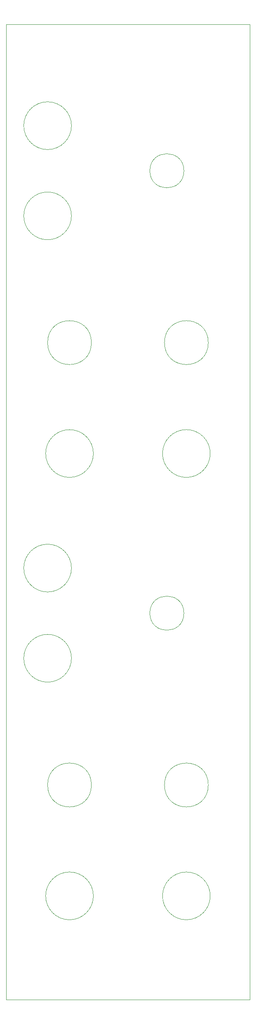
<source format=gm1>
%TF.GenerationSoftware,KiCad,Pcbnew,9.0.0*%
%TF.CreationDate,2025-03-16T11:37:03+01:00*%
%TF.ProjectId,DMH_Transistor_VCA_PANEL,444d485f-5472-4616-9e73-6973746f725f,rev?*%
%TF.SameCoordinates,Original*%
%TF.FileFunction,Profile,NP*%
%FSLAX46Y46*%
G04 Gerber Fmt 4.6, Leading zero omitted, Abs format (unit mm)*
G04 Created by KiCad (PCBNEW 9.0.0) date 2025-03-16 11:37:03*
%MOMM*%
%LPD*%
G01*
G04 APERTURE LIST*
%TA.AperFunction,Profile*%
%ADD10C,0.050000*%
%TD*%
G04 APERTURE END LIST*
D10*
X50000000Y-30000000D02*
X100000000Y-30000000D01*
X100000000Y-230000000D01*
X50000000Y-230000000D01*
X50000000Y-30000000D01*
%TO.C,H14*%
X67500000Y-186000000D02*
G75*
G02*
X58500000Y-186000000I-4500000J0D01*
G01*
X58500000Y-186000000D02*
G75*
G02*
X67500000Y-186000000I4500000J0D01*
G01*
%TO.C,H13*%
X91500000Y-186000000D02*
G75*
G02*
X82500000Y-186000000I-4500000J0D01*
G01*
X82500000Y-186000000D02*
G75*
G02*
X91500000Y-186000000I4500000J0D01*
G01*
%TO.C,H7*%
X91500000Y-95250000D02*
G75*
G02*
X82500000Y-95250000I-4500000J0D01*
G01*
X82500000Y-95250000D02*
G75*
G02*
X91500000Y-95250000I4500000J0D01*
G01*
%TO.C,H6*%
X67500000Y-95250000D02*
G75*
G02*
X58500000Y-95250000I-4500000J0D01*
G01*
X58500000Y-95250000D02*
G75*
G02*
X67500000Y-95250000I4500000J0D01*
G01*
%TO.C,H9*%
X67900000Y-118000000D02*
G75*
G02*
X58100000Y-118000000I-4900000J0D01*
G01*
X58100000Y-118000000D02*
G75*
G02*
X67900000Y-118000000I4900000J0D01*
G01*
%TO.C,H8*%
X63400000Y-50750000D02*
G75*
G02*
X53600000Y-50750000I-4900000J0D01*
G01*
X53600000Y-50750000D02*
G75*
G02*
X63400000Y-50750000I4900000J0D01*
G01*
%TO.C,H15*%
X63400000Y-141500000D02*
G75*
G02*
X53600000Y-141500000I-4900000J0D01*
G01*
X53600000Y-141500000D02*
G75*
G02*
X63400000Y-141500000I4900000J0D01*
G01*
%TO.C,H17*%
X67900000Y-208750000D02*
G75*
G02*
X58100000Y-208750000I-4900000J0D01*
G01*
X58100000Y-208750000D02*
G75*
G02*
X67900000Y-208750000I4900000J0D01*
G01*
%TO.C,H10*%
X91900000Y-118000000D02*
G75*
G02*
X82100000Y-118000000I-4900000J0D01*
G01*
X82100000Y-118000000D02*
G75*
G02*
X91900000Y-118000000I4900000J0D01*
G01*
%TO.C,H5*%
X86500000Y-60000000D02*
G75*
G02*
X79500000Y-60000000I-3500000J0D01*
G01*
X79500000Y-60000000D02*
G75*
G02*
X86500000Y-60000000I3500000J0D01*
G01*
%TO.C,H11*%
X63400000Y-69250000D02*
G75*
G02*
X53600000Y-69250000I-4900000J0D01*
G01*
X53600000Y-69250000D02*
G75*
G02*
X63400000Y-69250000I4900000J0D01*
G01*
%TO.C,H18*%
X91900000Y-208750000D02*
G75*
G02*
X82100000Y-208750000I-4900000J0D01*
G01*
X82100000Y-208750000D02*
G75*
G02*
X91900000Y-208750000I4900000J0D01*
G01*
%TO.C,H16*%
X63400000Y-160000000D02*
G75*
G02*
X53600000Y-160000000I-4900000J0D01*
G01*
X53600000Y-160000000D02*
G75*
G02*
X63400000Y-160000000I4900000J0D01*
G01*
%TO.C,H12*%
X86500000Y-150750000D02*
G75*
G02*
X79500000Y-150750000I-3500000J0D01*
G01*
X79500000Y-150750000D02*
G75*
G02*
X86500000Y-150750000I3500000J0D01*
G01*
%TD*%
M02*

</source>
